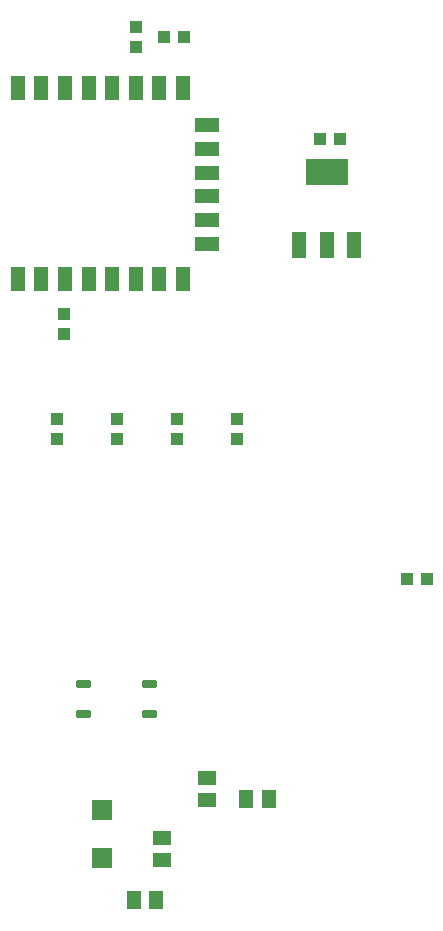
<source format=gbr>
G04 EAGLE Gerber RS-274X export*
G75*
%MOMM*%
%FSLAX34Y34*%
%LPD*%
%INSolderpaste Top*%
%IPPOS*%
%AMOC8*
5,1,8,0,0,1.08239X$1,22.5*%
G01*
%ADD10R,1.100000X1.000000*%
%ADD11R,1.200000X2.000000*%
%ADD12R,2.000000X1.200000*%
%ADD13R,1.000000X1.100000*%
%ADD14R,1.219000X2.235000*%
%ADD15R,3.600000X2.200000*%
%ADD16C,0.317500*%
%ADD17R,1.300000X1.500000*%
%ADD18R,1.500000X1.300000*%
%ADD19R,1.700000X1.800000*%


D10*
X31750Y321700D03*
X31750Y338700D03*
D11*
X132400Y368300D03*
X112400Y368300D03*
X92400Y368300D03*
X72400Y368300D03*
X52400Y368300D03*
X32400Y368300D03*
X12400Y368300D03*
X-7600Y368300D03*
X132400Y530300D03*
X112400Y530300D03*
X92400Y530300D03*
X72400Y530300D03*
X52400Y530300D03*
X32400Y530300D03*
X12400Y530300D03*
X-7600Y530300D03*
D12*
X152400Y478300D03*
X152400Y398300D03*
X152400Y418300D03*
X152400Y498300D03*
X152400Y438300D03*
X152400Y458300D03*
D13*
X115960Y572770D03*
X132960Y572770D03*
D10*
X92710Y581270D03*
X92710Y564270D03*
D13*
X248040Y486410D03*
X265040Y486410D03*
D14*
X230890Y397000D03*
X254000Y397000D03*
X277110Y397000D03*
D15*
X254000Y458980D03*
D16*
X53023Y1588D02*
X43497Y1588D01*
X53023Y1588D02*
X53023Y-1588D01*
X43497Y-1588D01*
X43497Y1588D01*
X43497Y1428D02*
X53023Y1428D01*
X53023Y26988D02*
X43497Y26988D01*
X53023Y26988D02*
X53023Y23812D01*
X43497Y23812D01*
X43497Y26988D01*
X43497Y26828D02*
X53023Y26828D01*
X99377Y26988D02*
X108903Y26988D01*
X108903Y23812D01*
X99377Y23812D01*
X99377Y26988D01*
X99377Y26828D02*
X108903Y26828D01*
X108903Y1588D02*
X99377Y1588D01*
X108903Y1588D02*
X108903Y-1588D01*
X99377Y-1588D01*
X99377Y1588D01*
X99377Y1428D02*
X108903Y1428D01*
D17*
X90830Y-157480D03*
X109830Y-157480D03*
D18*
X152400Y-73000D03*
X152400Y-54000D03*
D17*
X186080Y-72390D03*
X205080Y-72390D03*
D18*
X114300Y-104800D03*
X114300Y-123800D03*
D19*
X63500Y-122100D03*
X63500Y-81100D03*
D10*
X25400Y249800D03*
X25400Y232800D03*
X76200Y249800D03*
X76200Y232800D03*
X127000Y249800D03*
X127000Y232800D03*
X177800Y249800D03*
X177800Y232800D03*
D13*
X321700Y114300D03*
X338700Y114300D03*
M02*

</source>
